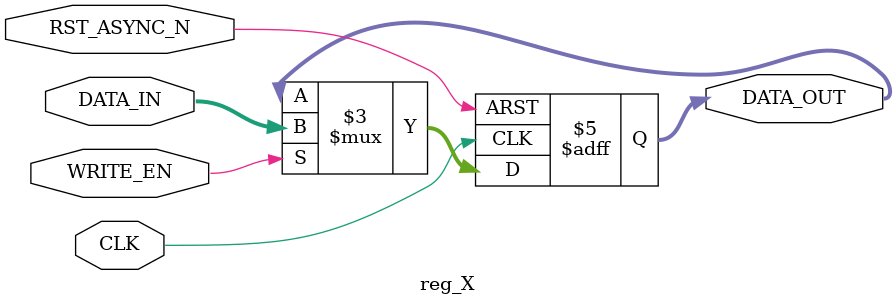
<source format=v>
/*-----------------------------------------------------------------------------------
* File: reg_X.v
* Date generated: 25/03/2023
* Date modified: 10/05/2023
* Author: Bruna Suemi Nagai
* Description: Stores the accumulated horizontal coordenate
*----------------------------------------------------------------------------------- */

module reg_X (
    CLK,
    RST_ASYNC_N, 
    WRITE_EN,
    DATA_IN,  
    DATA_OUT
);


// ------------------------------------------
// IO declaration
// ------------------------------------------
    input CLK;                              // Clock
    input RST_ASYNC_N;						// Asynchronous reset
    input WRITE_EN;							// Enables writing
    input signed [7:0] DATA_IN;			// Data in
    output reg signed [7:0] DATA_OUT;	    // Data out
    

// ------------------------------------------
// Sequential logic
// ------------------------------------------
always @(posedge CLK, negedge RST_ASYNC_N) begin
if (!RST_ASYNC_N)                        // If rst async is low
    begin
            DATA_OUT <= 8'b0;
    end
    
    else if (WRITE_EN) 		 			    // If write enable is high
    begin
        DATA_OUT <= DATA_IN; 			    // Write data to the register at the specified address
    end 
end

endmodule // reg_X
    
</source>
